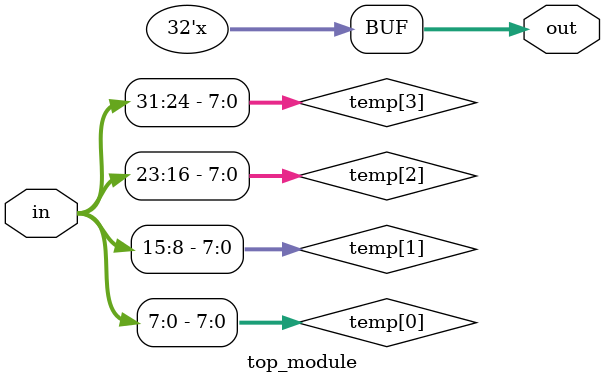
<source format=sv>
module top_module (
  input [31:0] in,
  output reg [31:0] out
);

  reg [7:0] temp[3:0];

  always @(in)
  begin
    temp[0] <= in[7:0];
    temp[1] <= in[15:8];
    temp[2] <= in[23:16];
    temp[3] <= in[31:24];
    
    out <= {temp[3], temp[2], temp[1], temp[0]};
  end
endmodule

</source>
